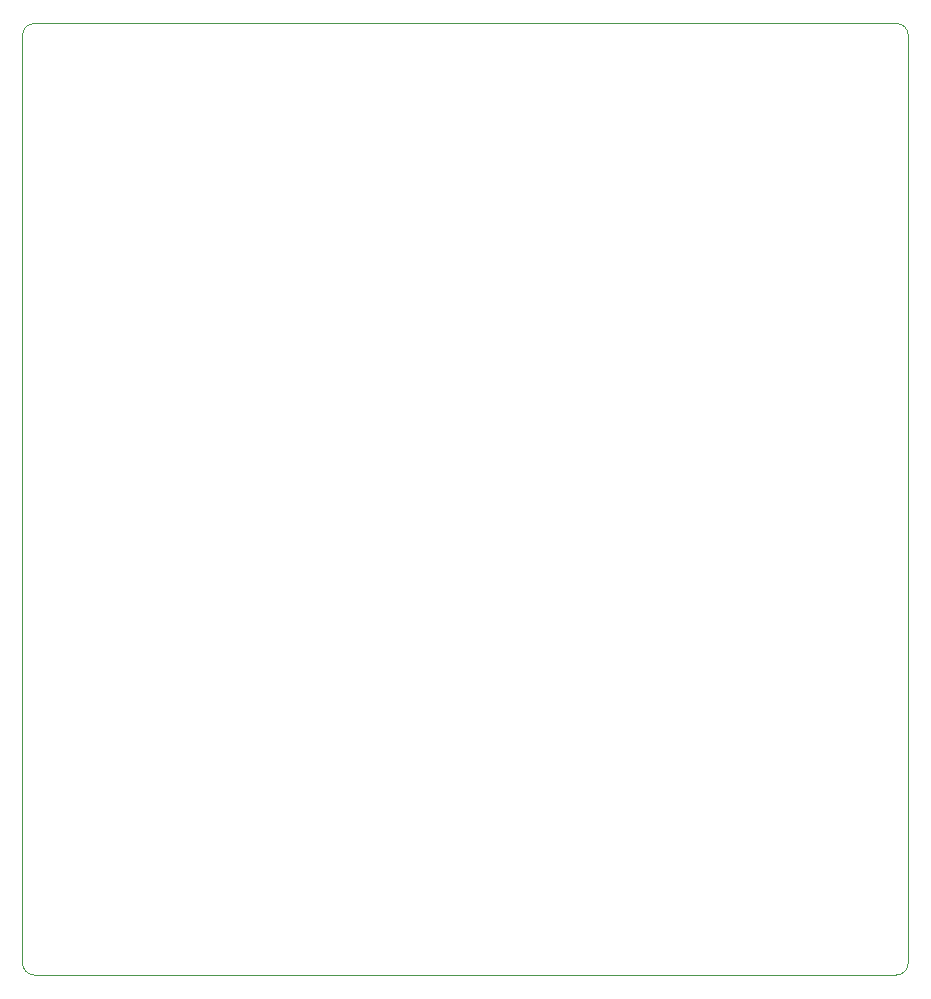
<source format=gbr>
G04 #@! TF.GenerationSoftware,KiCad,Pcbnew,5.1.6-c6e7f7d~86~ubuntu20.04.1*
G04 #@! TF.CreationDate,2020-05-29T21:56:25+02:00*
G04 #@! TF.ProjectId,Fulvetta,46756c76-6574-4746-912e-6b696361645f,rev?*
G04 #@! TF.SameCoordinates,Original*
G04 #@! TF.FileFunction,Profile,NP*
%FSLAX46Y46*%
G04 Gerber Fmt 4.6, Leading zero omitted, Abs format (unit mm)*
G04 Created by KiCad (PCBNEW 5.1.6-c6e7f7d~86~ubuntu20.04.1) date 2020-05-29 21:56:25*
%MOMM*%
%LPD*%
G01*
G04 APERTURE LIST*
G04 #@! TA.AperFunction,Profile*
%ADD10C,0.050000*%
G04 #@! TD*
G04 APERTURE END LIST*
D10*
X143000000Y-132064000D02*
X216000000Y-132064000D01*
X143000000Y-132064000D02*
G75*
G02*
X142000000Y-131064000I0J1000000D01*
G01*
X217000000Y-131064000D02*
G75*
G02*
X216000000Y-132064000I-1000000J0D01*
G01*
X216000000Y-51508000D02*
G75*
G02*
X217000000Y-52508000I0J-1000000D01*
G01*
X142000000Y-52508000D02*
G75*
G02*
X143000000Y-51508000I1000000J0D01*
G01*
X142000000Y-131064000D02*
X142000000Y-52508000D01*
X217000000Y-52508000D02*
X217000000Y-131064000D01*
X143000000Y-51508000D02*
X216000000Y-51508000D01*
M02*

</source>
